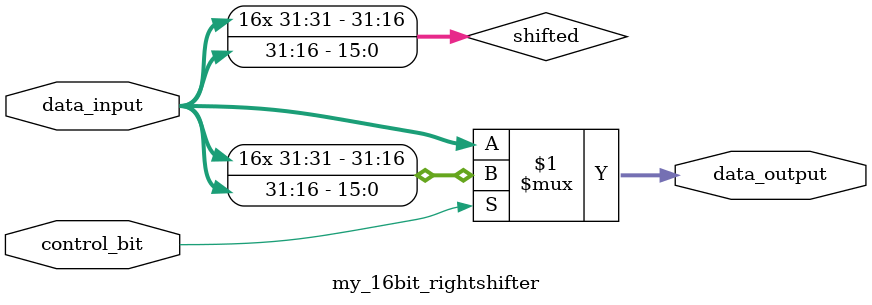
<source format=v>
module my_16bit_rightshifter(data_input, control_bit, data_output);

	input [31:0] data_input;
	input control_bit;
	
	wire [31:0] shifted;
	
	output [31:0] data_output;
	
	
	genvar k;
	generate
	for(k = 0; k < 16; k = k+1) begin: my16RightShiftLoop
		assign shifted[k] = data_input[k+16];
    end
	endgenerate
    
    genvar j;
	generate
	for(j = 16; j < 32; j = j+1) begin: my16RightShiftLoop2
		assign shifted[j] = data_input[31];
    end
	endgenerate
	
	assign data_output = control_bit ? shifted : data_input;
	
	
	
endmodule
</source>
